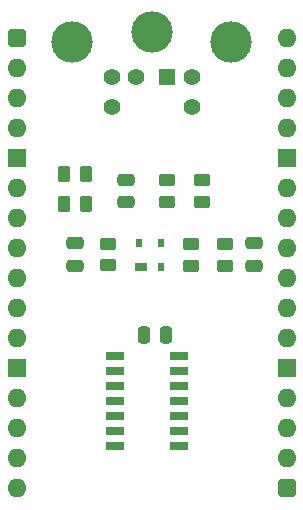
<source format=gts>
%TF.GenerationSoftware,KiCad,Pcbnew,8.0.4*%
%TF.CreationDate,2024-08-13T08:49:01+02:00*%
%TF.ProjectId,PS2 Timing,50533220-5469-46d6-996e-672e6b696361,V1*%
%TF.SameCoordinates,PX6d01460PY32de760*%
%TF.FileFunction,Soldermask,Top*%
%TF.FilePolarity,Negative*%
%FSLAX46Y46*%
G04 Gerber Fmt 4.6, Leading zero omitted, Abs format (unit mm)*
G04 Created by KiCad (PCBNEW 8.0.4) date 2024-08-13 08:49:01*
%MOMM*%
%LPD*%
G01*
G04 APERTURE LIST*
G04 Aperture macros list*
%AMRoundRect*
0 Rectangle with rounded corners*
0 $1 Rounding radius*
0 $2 $3 $4 $5 $6 $7 $8 $9 X,Y pos of 4 corners*
0 Add a 4 corners polygon primitive as box body*
4,1,4,$2,$3,$4,$5,$6,$7,$8,$9,$2,$3,0*
0 Add four circle primitives for the rounded corners*
1,1,$1+$1,$2,$3*
1,1,$1+$1,$4,$5*
1,1,$1+$1,$6,$7*
1,1,$1+$1,$8,$9*
0 Add four rect primitives between the rounded corners*
20,1,$1+$1,$2,$3,$4,$5,0*
20,1,$1+$1,$4,$5,$6,$7,0*
20,1,$1+$1,$6,$7,$8,$9,0*
20,1,$1+$1,$8,$9,$2,$3,0*%
G04 Aperture macros list end*
%ADD10RoundRect,0.250000X-0.475000X0.250000X-0.475000X-0.250000X0.475000X-0.250000X0.475000X0.250000X0*%
%ADD11RoundRect,0.250000X0.262500X0.450000X-0.262500X0.450000X-0.262500X-0.450000X0.262500X-0.450000X0*%
%ADD12RoundRect,0.250000X0.250000X0.475000X-0.250000X0.475000X-0.250000X-0.475000X0.250000X-0.475000X0*%
%ADD13RoundRect,0.250000X-0.450000X0.262500X-0.450000X-0.262500X0.450000X-0.262500X0.450000X0.262500X0*%
%ADD14RoundRect,0.250000X0.475000X-0.250000X0.475000X0.250000X-0.475000X0.250000X-0.475000X-0.250000X0*%
%ADD15RoundRect,0.400000X-0.400000X-0.400000X0.400000X-0.400000X0.400000X0.400000X-0.400000X0.400000X0*%
%ADD16O,1.600000X1.600000*%
%ADD17R,1.600000X1.600000*%
%ADD18C,3.510000*%
%ADD19R,1.400000X1.400000*%
%ADD20C,1.400000*%
%ADD21R,1.000000X0.700000*%
%ADD22R,0.600000X0.700000*%
%ADD23R,1.550000X0.650000*%
G04 APERTURE END LIST*
D10*
%TO.C,C1*%
X9296400Y-11969200D03*
X9296400Y-13869200D03*
%TD*%
D11*
%TO.C,R4*%
X5865500Y-11440000D03*
X4040500Y-11440000D03*
%TD*%
D12*
%TO.C,C2*%
X12668800Y-25095200D03*
X10768800Y-25095200D03*
%TD*%
D13*
%TO.C,R1*%
X14742000Y-17405500D03*
X14742000Y-19230500D03*
%TD*%
D14*
%TO.C,C4*%
X20066000Y-19252000D03*
X20066000Y-17352000D03*
%TD*%
D13*
%TO.C,R8*%
X12760800Y-11990700D03*
X12760800Y-13815700D03*
%TD*%
D15*
%TO.C,J2*%
X0Y0D03*
D16*
X0Y-2540000D03*
X0Y-5080000D03*
X0Y-7620000D03*
D17*
X0Y-10160000D03*
D16*
X0Y-12700000D03*
X0Y-15240000D03*
X0Y-17780000D03*
X0Y-20320000D03*
X0Y-22860000D03*
X0Y-25400000D03*
D17*
X0Y-27940000D03*
D16*
X0Y-30480000D03*
X0Y-33020000D03*
X0Y-35560000D03*
X0Y-38100000D03*
D15*
X22860000Y-38100000D03*
D16*
X22860000Y-35560000D03*
X22860000Y-33020000D03*
X22860000Y-30480000D03*
D17*
X22860000Y-27940000D03*
D16*
X22860000Y-25400000D03*
X22860000Y-22860000D03*
X22860000Y-20320000D03*
X22860000Y-17780000D03*
X22860000Y-15240000D03*
X22860000Y-12700000D03*
D17*
X22860000Y-10160000D03*
D16*
X22860000Y-7620000D03*
X22860000Y-5080000D03*
X22860000Y-2540000D03*
X22860000Y0D03*
%TD*%
D18*
%TO.C,J4*%
X4680000Y-292000D03*
X11430000Y508000D03*
X18180000Y-292000D03*
D19*
X12730000Y-3292000D03*
D20*
X10130000Y-3292000D03*
X14830000Y-3292000D03*
X8030000Y-3292000D03*
X14830000Y-5792000D03*
X8030000Y-5792000D03*
%TD*%
D21*
%TO.C,D1*%
X10553000Y-19318000D03*
D22*
X12253000Y-19318000D03*
X12253000Y-17318000D03*
X10353000Y-17318000D03*
%TD*%
D11*
%TO.C,R5*%
X5865500Y-13980000D03*
X4040500Y-13980000D03*
%TD*%
D14*
%TO.C,C3*%
X4953000Y-19252000D03*
X4953000Y-17352000D03*
%TD*%
D13*
%TO.C,R6*%
X15656400Y-11990700D03*
X15656400Y-13815700D03*
%TD*%
D23*
%TO.C,IC4*%
X8298600Y-26924000D03*
X8298600Y-28194000D03*
X8298600Y-29464000D03*
X8298600Y-30734000D03*
X8298600Y-32004000D03*
X8298600Y-33274000D03*
X8298600Y-34544000D03*
X13748600Y-34544000D03*
X13748600Y-33274000D03*
X13748600Y-32004000D03*
X13748600Y-30734000D03*
X13748600Y-29464000D03*
X13748600Y-28194000D03*
X13748600Y-26924000D03*
%TD*%
D13*
%TO.C,R3*%
X7757000Y-17375500D03*
X7757000Y-19200500D03*
%TD*%
%TO.C,R2*%
X17663000Y-17405500D03*
X17663000Y-19230500D03*
%TD*%
M02*

</source>
